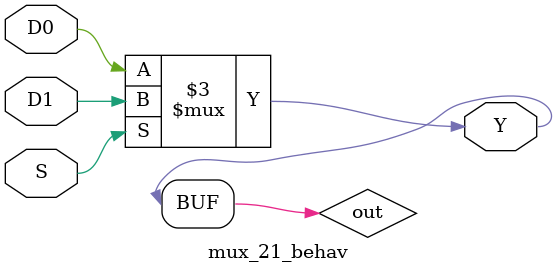
<source format=v>
`timescale 1ns / 1ps

module mux_21_behav(
    input D0,D1,S,
    output Y
    );
    
    reg out;
    always@(S or D0 or D1) begin 
    if(S) //means if S is a 1
        out=D1;
    else 
        out=D0;   
    end
    assign Y = out;
endmodule

</source>
